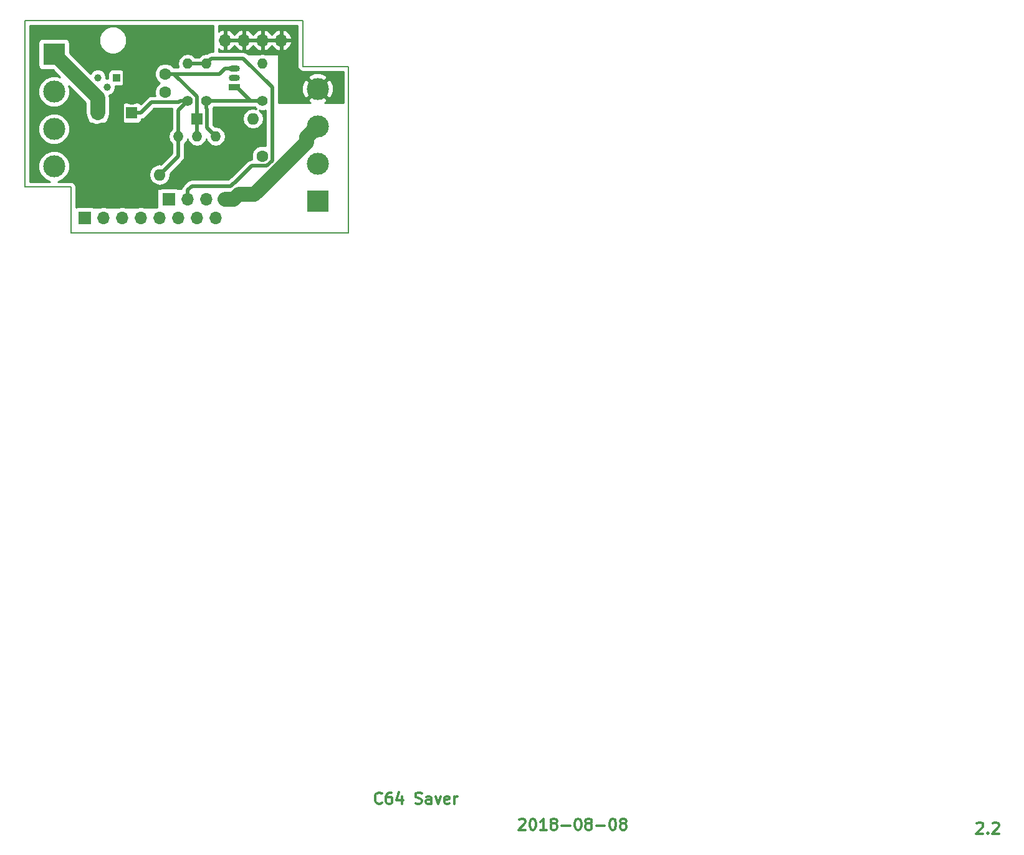
<source format=gtl>
G04 #@! TF.FileFunction,Copper,L1,Top,Signal*
%FSLAX46Y46*%
G04 Gerber Fmt 4.6, Leading zero omitted, Abs format (unit mm)*
G04 Created by KiCad (PCBNEW 4.0.7) date 08/08/18 22:55:19*
%MOMM*%
%LPD*%
G01*
G04 APERTURE LIST*
%ADD10C,0.100000*%
%ADD11C,0.300000*%
%ADD12C,0.150000*%
%ADD13R,1.600000X1.600000*%
%ADD14C,1.600000*%
%ADD15C,1.000000*%
%ADD16R,1.000000X1.000000*%
%ADD17C,3.000000*%
%ADD18R,3.000000X3.000000*%
%ADD19O,1.600000X1.600000*%
%ADD20O,1.500000X0.900000*%
%ADD21R,1.500000X0.900000*%
%ADD22R,1.500000X1.600000*%
%ADD23R,6.500000X6.700000*%
%ADD24R,3.100000X3.200000*%
%ADD25R,1.700000X1.700000*%
%ADD26O,1.700000X1.700000*%
%ADD27C,1.400000*%
%ADD28O,1.400000X1.400000*%
%ADD29C,0.250000*%
%ADD30C,2.000000*%
%ADD31C,0.500000*%
%ADD32C,1.000000*%
%ADD33C,3.000000*%
%ADD34C,0.254000*%
G04 APERTURE END LIST*
D10*
D11*
X207598287Y-192361429D02*
X207669716Y-192290000D01*
X207812573Y-192218571D01*
X208169716Y-192218571D01*
X208312573Y-192290000D01*
X208384002Y-192361429D01*
X208455430Y-192504286D01*
X208455430Y-192647143D01*
X208384002Y-192861429D01*
X207526859Y-193718571D01*
X208455430Y-193718571D01*
X209384001Y-192218571D02*
X209526858Y-192218571D01*
X209669715Y-192290000D01*
X209741144Y-192361429D01*
X209812573Y-192504286D01*
X209884001Y-192790000D01*
X209884001Y-193147143D01*
X209812573Y-193432857D01*
X209741144Y-193575714D01*
X209669715Y-193647143D01*
X209526858Y-193718571D01*
X209384001Y-193718571D01*
X209241144Y-193647143D01*
X209169715Y-193575714D01*
X209098287Y-193432857D01*
X209026858Y-193147143D01*
X209026858Y-192790000D01*
X209098287Y-192504286D01*
X209169715Y-192361429D01*
X209241144Y-192290000D01*
X209384001Y-192218571D01*
X211312572Y-193718571D02*
X210455429Y-193718571D01*
X210884001Y-193718571D02*
X210884001Y-192218571D01*
X210741144Y-192432857D01*
X210598286Y-192575714D01*
X210455429Y-192647143D01*
X212169715Y-192861429D02*
X212026857Y-192790000D01*
X211955429Y-192718571D01*
X211884000Y-192575714D01*
X211884000Y-192504286D01*
X211955429Y-192361429D01*
X212026857Y-192290000D01*
X212169715Y-192218571D01*
X212455429Y-192218571D01*
X212598286Y-192290000D01*
X212669715Y-192361429D01*
X212741143Y-192504286D01*
X212741143Y-192575714D01*
X212669715Y-192718571D01*
X212598286Y-192790000D01*
X212455429Y-192861429D01*
X212169715Y-192861429D01*
X212026857Y-192932857D01*
X211955429Y-193004286D01*
X211884000Y-193147143D01*
X211884000Y-193432857D01*
X211955429Y-193575714D01*
X212026857Y-193647143D01*
X212169715Y-193718571D01*
X212455429Y-193718571D01*
X212598286Y-193647143D01*
X212669715Y-193575714D01*
X212741143Y-193432857D01*
X212741143Y-193147143D01*
X212669715Y-193004286D01*
X212598286Y-192932857D01*
X212455429Y-192861429D01*
X213384000Y-193147143D02*
X214526857Y-193147143D01*
X215526857Y-192218571D02*
X215669714Y-192218571D01*
X215812571Y-192290000D01*
X215884000Y-192361429D01*
X215955429Y-192504286D01*
X216026857Y-192790000D01*
X216026857Y-193147143D01*
X215955429Y-193432857D01*
X215884000Y-193575714D01*
X215812571Y-193647143D01*
X215669714Y-193718571D01*
X215526857Y-193718571D01*
X215384000Y-193647143D01*
X215312571Y-193575714D01*
X215241143Y-193432857D01*
X215169714Y-193147143D01*
X215169714Y-192790000D01*
X215241143Y-192504286D01*
X215312571Y-192361429D01*
X215384000Y-192290000D01*
X215526857Y-192218571D01*
X216884000Y-192861429D02*
X216741142Y-192790000D01*
X216669714Y-192718571D01*
X216598285Y-192575714D01*
X216598285Y-192504286D01*
X216669714Y-192361429D01*
X216741142Y-192290000D01*
X216884000Y-192218571D01*
X217169714Y-192218571D01*
X217312571Y-192290000D01*
X217384000Y-192361429D01*
X217455428Y-192504286D01*
X217455428Y-192575714D01*
X217384000Y-192718571D01*
X217312571Y-192790000D01*
X217169714Y-192861429D01*
X216884000Y-192861429D01*
X216741142Y-192932857D01*
X216669714Y-193004286D01*
X216598285Y-193147143D01*
X216598285Y-193432857D01*
X216669714Y-193575714D01*
X216741142Y-193647143D01*
X216884000Y-193718571D01*
X217169714Y-193718571D01*
X217312571Y-193647143D01*
X217384000Y-193575714D01*
X217455428Y-193432857D01*
X217455428Y-193147143D01*
X217384000Y-193004286D01*
X217312571Y-192932857D01*
X217169714Y-192861429D01*
X218098285Y-193147143D02*
X219241142Y-193147143D01*
X220241142Y-192218571D02*
X220383999Y-192218571D01*
X220526856Y-192290000D01*
X220598285Y-192361429D01*
X220669714Y-192504286D01*
X220741142Y-192790000D01*
X220741142Y-193147143D01*
X220669714Y-193432857D01*
X220598285Y-193575714D01*
X220526856Y-193647143D01*
X220383999Y-193718571D01*
X220241142Y-193718571D01*
X220098285Y-193647143D01*
X220026856Y-193575714D01*
X219955428Y-193432857D01*
X219883999Y-193147143D01*
X219883999Y-192790000D01*
X219955428Y-192504286D01*
X220026856Y-192361429D01*
X220098285Y-192290000D01*
X220241142Y-192218571D01*
X221598285Y-192861429D02*
X221455427Y-192790000D01*
X221383999Y-192718571D01*
X221312570Y-192575714D01*
X221312570Y-192504286D01*
X221383999Y-192361429D01*
X221455427Y-192290000D01*
X221598285Y-192218571D01*
X221883999Y-192218571D01*
X222026856Y-192290000D01*
X222098285Y-192361429D01*
X222169713Y-192504286D01*
X222169713Y-192575714D01*
X222098285Y-192718571D01*
X222026856Y-192790000D01*
X221883999Y-192861429D01*
X221598285Y-192861429D01*
X221455427Y-192932857D01*
X221383999Y-193004286D01*
X221312570Y-193147143D01*
X221312570Y-193432857D01*
X221383999Y-193575714D01*
X221455427Y-193647143D01*
X221598285Y-193718571D01*
X221883999Y-193718571D01*
X222026856Y-193647143D01*
X222098285Y-193575714D01*
X222169713Y-193432857D01*
X222169713Y-193147143D01*
X222098285Y-193004286D01*
X222026856Y-192932857D01*
X221883999Y-192861429D01*
X188940859Y-190019714D02*
X188869430Y-190091143D01*
X188655144Y-190162571D01*
X188512287Y-190162571D01*
X188298002Y-190091143D01*
X188155144Y-189948286D01*
X188083716Y-189805429D01*
X188012287Y-189519714D01*
X188012287Y-189305429D01*
X188083716Y-189019714D01*
X188155144Y-188876857D01*
X188298002Y-188734000D01*
X188512287Y-188662571D01*
X188655144Y-188662571D01*
X188869430Y-188734000D01*
X188940859Y-188805429D01*
X190226573Y-188662571D02*
X189940859Y-188662571D01*
X189798002Y-188734000D01*
X189726573Y-188805429D01*
X189583716Y-189019714D01*
X189512287Y-189305429D01*
X189512287Y-189876857D01*
X189583716Y-190019714D01*
X189655144Y-190091143D01*
X189798002Y-190162571D01*
X190083716Y-190162571D01*
X190226573Y-190091143D01*
X190298002Y-190019714D01*
X190369430Y-189876857D01*
X190369430Y-189519714D01*
X190298002Y-189376857D01*
X190226573Y-189305429D01*
X190083716Y-189234000D01*
X189798002Y-189234000D01*
X189655144Y-189305429D01*
X189583716Y-189376857D01*
X189512287Y-189519714D01*
X191655144Y-189162571D02*
X191655144Y-190162571D01*
X191298001Y-188591143D02*
X190940858Y-189662571D01*
X191869430Y-189662571D01*
X193512286Y-190091143D02*
X193726572Y-190162571D01*
X194083715Y-190162571D01*
X194226572Y-190091143D01*
X194298001Y-190019714D01*
X194369429Y-189876857D01*
X194369429Y-189734000D01*
X194298001Y-189591143D01*
X194226572Y-189519714D01*
X194083715Y-189448286D01*
X193798001Y-189376857D01*
X193655143Y-189305429D01*
X193583715Y-189234000D01*
X193512286Y-189091143D01*
X193512286Y-188948286D01*
X193583715Y-188805429D01*
X193655143Y-188734000D01*
X193798001Y-188662571D01*
X194155143Y-188662571D01*
X194369429Y-188734000D01*
X195655143Y-190162571D02*
X195655143Y-189376857D01*
X195583714Y-189234000D01*
X195440857Y-189162571D01*
X195155143Y-189162571D01*
X195012286Y-189234000D01*
X195655143Y-190091143D02*
X195512286Y-190162571D01*
X195155143Y-190162571D01*
X195012286Y-190091143D01*
X194940857Y-189948286D01*
X194940857Y-189805429D01*
X195012286Y-189662571D01*
X195155143Y-189591143D01*
X195512286Y-189591143D01*
X195655143Y-189519714D01*
X196226572Y-189162571D02*
X196583715Y-190162571D01*
X196940857Y-189162571D01*
X198083714Y-190091143D02*
X197940857Y-190162571D01*
X197655143Y-190162571D01*
X197512286Y-190091143D01*
X197440857Y-189948286D01*
X197440857Y-189376857D01*
X197512286Y-189234000D01*
X197655143Y-189162571D01*
X197940857Y-189162571D01*
X198083714Y-189234000D01*
X198155143Y-189376857D01*
X198155143Y-189519714D01*
X197440857Y-189662571D01*
X198798000Y-190162571D02*
X198798000Y-189162571D01*
X198798000Y-189448286D02*
X198869428Y-189305429D01*
X198940857Y-189234000D01*
X199083714Y-189162571D01*
X199226571Y-189162571D01*
X269772000Y-192869429D02*
X269843429Y-192798000D01*
X269986286Y-192726571D01*
X270343429Y-192726571D01*
X270486286Y-192798000D01*
X270557715Y-192869429D01*
X270629143Y-193012286D01*
X270629143Y-193155143D01*
X270557715Y-193369429D01*
X269700572Y-194226571D01*
X270629143Y-194226571D01*
X271272000Y-194083714D02*
X271343428Y-194155143D01*
X271272000Y-194226571D01*
X271200571Y-194155143D01*
X271272000Y-194083714D01*
X271272000Y-194226571D01*
X271914857Y-192869429D02*
X271986286Y-192798000D01*
X272129143Y-192726571D01*
X272486286Y-192726571D01*
X272629143Y-192798000D01*
X272700572Y-192869429D01*
X272772000Y-193012286D01*
X272772000Y-193155143D01*
X272700572Y-193369429D01*
X271843429Y-194226571D01*
X272772000Y-194226571D01*
D12*
X140462000Y-106299000D02*
X140462000Y-83693000D01*
X146685000Y-106299000D02*
X140462000Y-106299000D01*
X146685000Y-112522000D02*
X146685000Y-106299000D01*
X184404000Y-112522000D02*
X146685000Y-112522000D01*
X184404000Y-89916000D02*
X184404000Y-112522000D01*
X178181000Y-89916000D02*
X184404000Y-89916000D01*
X178181000Y-83693000D02*
X178181000Y-89916000D01*
X140462000Y-83693000D02*
X178181000Y-83693000D01*
D13*
X170180000Y-102108000D03*
D14*
X172680000Y-102108000D03*
D15*
X151638000Y-92710000D03*
X150368000Y-91440000D03*
D16*
X152908000Y-91440000D03*
D17*
X144399000Y-93345000D03*
X144399000Y-98425000D03*
D18*
X144399000Y-88265000D03*
D17*
X144399000Y-103505000D03*
D14*
X159512000Y-90932000D03*
X159512000Y-93432000D03*
D13*
X163830000Y-97028000D03*
D19*
X171450000Y-97028000D03*
D13*
X158750000Y-97028000D03*
D19*
X158750000Y-104648000D03*
D17*
X180213000Y-103124000D03*
X180213000Y-98044000D03*
D18*
X180213000Y-108204000D03*
D17*
X180213000Y-92964000D03*
D20*
X168910000Y-91440000D03*
X168910000Y-90170000D03*
D21*
X168910000Y-92710000D03*
D22*
X154940000Y-96240000D03*
X150340000Y-96240000D03*
D23*
X152640000Y-102390000D03*
D24*
X150940000Y-104140000D03*
X154340000Y-100640000D03*
X154340000Y-104140000D03*
X150940000Y-100640000D03*
D25*
X157480000Y-86360000D03*
D26*
X160020000Y-86360000D03*
X162560000Y-86360000D03*
X165100000Y-86360000D03*
X167640000Y-86360000D03*
X170180000Y-86360000D03*
X172720000Y-86360000D03*
X175260000Y-86360000D03*
D25*
X148590000Y-110490000D03*
D26*
X151130000Y-110490000D03*
X153670000Y-110490000D03*
X156210000Y-110490000D03*
X158750000Y-110490000D03*
X161290000Y-110490000D03*
X163830000Y-110490000D03*
X166370000Y-110490000D03*
D25*
X160020000Y-107950000D03*
D26*
X162560000Y-107950000D03*
X165100000Y-107950000D03*
X167640000Y-107950000D03*
D27*
X166370000Y-104521000D03*
D28*
X166370000Y-99441000D03*
D27*
X172720000Y-94615000D03*
D28*
X172720000Y-89535000D03*
D27*
X163830000Y-104521000D03*
D28*
X163830000Y-99441000D03*
D27*
X165100000Y-94615000D03*
D28*
X165100000Y-89535000D03*
D27*
X161290000Y-104521000D03*
D28*
X161290000Y-99441000D03*
D27*
X162560000Y-94615000D03*
D28*
X162560000Y-89535000D03*
D15*
X152654000Y-104190800D03*
X152654000Y-100609400D03*
X154330400Y-102412800D03*
X151003000Y-102438200D03*
X152640000Y-102390000D03*
X150940000Y-100640000D03*
X154340000Y-100640000D03*
X154340000Y-104190000D03*
X150940000Y-104140000D03*
D29*
X158750000Y-97028000D02*
X158750000Y-98078000D01*
X158750000Y-98078000D02*
X156188000Y-100640000D01*
X156188000Y-100640000D02*
X156140000Y-100640000D01*
X156140000Y-100640000D02*
X154340000Y-100640000D01*
D30*
X152889999Y-97028000D02*
X152889999Y-95504000D01*
X152889999Y-95504000D02*
X152889999Y-94399999D01*
D31*
X152889999Y-102739999D02*
X152889999Y-95504000D01*
X154340000Y-104190000D02*
X154340000Y-104140000D01*
D30*
X152889999Y-99189999D02*
X152889999Y-97028000D01*
D31*
X154703200Y-102658600D02*
X152889999Y-100845399D01*
X152889999Y-100845399D02*
X152889999Y-97028000D01*
D32*
X150940000Y-100640000D02*
X150940000Y-100690000D01*
X150940000Y-100690000D02*
X152640000Y-102390000D01*
X154340000Y-100640000D02*
X150940000Y-100640000D01*
X154340000Y-104140000D02*
X154340000Y-100640000D01*
X150940000Y-104140000D02*
X154340000Y-104140000D01*
X152640000Y-102390000D02*
X152640000Y-102440000D01*
X152640000Y-102440000D02*
X150940000Y-104140000D01*
D30*
X152889999Y-94399999D02*
X154948003Y-93639999D01*
X154948003Y-93639999D02*
X153149999Y-94139999D01*
D33*
X157480000Y-86360000D02*
X155208001Y-88631999D01*
X155208001Y-88631999D02*
X155208001Y-93380001D01*
X155208001Y-93380001D02*
X154948003Y-93639999D01*
X150940000Y-100640000D02*
X150940000Y-99040010D01*
X154340000Y-100640000D02*
X154340000Y-99152000D01*
D30*
X154340000Y-100640000D02*
X152889999Y-99189999D01*
X180213000Y-98044000D02*
X178713001Y-99543999D01*
X178713001Y-99543999D02*
X178713001Y-100265046D01*
X178713001Y-100265046D02*
X171657036Y-107321011D01*
X171657036Y-107321011D02*
X169471070Y-107321011D01*
X169471070Y-107321011D02*
X168842081Y-107950000D01*
X168842081Y-107950000D02*
X167640000Y-107950000D01*
D31*
X154940000Y-96240000D02*
X156190000Y-96240000D01*
X156190000Y-96240000D02*
X157647999Y-94782001D01*
X161403050Y-94782001D02*
X161570051Y-94615000D01*
X157647999Y-94782001D02*
X161403050Y-94782001D01*
X161570051Y-94615000D02*
X162560000Y-94615000D01*
X161290000Y-99441000D02*
X161290000Y-102108000D01*
X161290000Y-102108000D02*
X158750000Y-104648000D01*
X154940000Y-96290000D02*
X154940000Y-96240000D01*
X161860001Y-95314999D02*
X162560000Y-94615000D01*
X161290000Y-99441000D02*
X161290000Y-95885000D01*
X161290000Y-95885000D02*
X162560000Y-94615000D01*
X162560000Y-107950000D02*
X162560000Y-106747919D01*
X162560000Y-106747919D02*
X163135919Y-106172000D01*
X163135919Y-106172000D02*
X168428036Y-106172000D01*
X168428036Y-106172000D02*
X168829035Y-105771001D01*
X168829035Y-105771001D02*
X168948383Y-105771001D01*
X168948383Y-105771001D02*
X171261383Y-103458001D01*
X171261383Y-103458001D02*
X173328001Y-103458001D01*
X173328001Y-103458001D02*
X174030001Y-102756001D01*
X174030001Y-102756001D02*
X174030001Y-92750001D01*
X174030001Y-92750001D02*
X170115001Y-88835001D01*
X170115001Y-88835001D02*
X165799999Y-88835001D01*
X165799999Y-88835001D02*
X165100000Y-89535000D01*
X165100000Y-89535000D02*
X162560000Y-89535000D01*
D30*
X150340000Y-96240000D02*
X150340000Y-94206000D01*
X150340000Y-94206000D02*
X144399000Y-88265000D01*
D31*
X168910000Y-90170000D02*
X167660000Y-90170000D01*
X167660000Y-90170000D02*
X166898000Y-90932000D01*
X166898000Y-90932000D02*
X160643370Y-90932000D01*
X160643370Y-90932000D02*
X159512000Y-90932000D01*
X163830000Y-99441000D02*
X163830000Y-97028000D01*
X163830000Y-97028000D02*
X163830000Y-94034998D01*
X163830000Y-94034998D02*
X160727002Y-90932000D01*
X160727002Y-90932000D02*
X160643370Y-90932000D01*
X165180001Y-98251001D02*
X166370000Y-99441000D01*
X171730051Y-94615000D02*
X165100000Y-94615000D01*
X168910000Y-92710000D02*
X169210000Y-92710000D01*
X169210000Y-92710000D02*
X171115000Y-94615000D01*
X171115000Y-94615000D02*
X171730051Y-94615000D01*
X172720000Y-94615000D02*
X171730051Y-94615000D01*
X165180001Y-98251001D02*
X165180001Y-95684950D01*
X165180001Y-95684950D02*
X165100000Y-95604949D01*
X165100000Y-95604949D02*
X165100000Y-94615000D01*
D34*
G36*
X165989000Y-87950001D02*
X165800004Y-87950001D01*
X165799999Y-87950000D01*
X165461324Y-88017368D01*
X165197971Y-88193334D01*
X165100000Y-88173846D01*
X164589118Y-88275467D01*
X164156012Y-88564858D01*
X164099122Y-88650000D01*
X163560878Y-88650000D01*
X163503988Y-88564858D01*
X163070882Y-88275467D01*
X162560000Y-88173846D01*
X162049118Y-88275467D01*
X161616012Y-88564858D01*
X161326621Y-88997964D01*
X161225000Y-89508846D01*
X161225000Y-89561154D01*
X161321641Y-90047000D01*
X160727007Y-90047000D01*
X160727002Y-90046999D01*
X160726997Y-90047000D01*
X160656171Y-90047000D01*
X160325923Y-89716176D01*
X159798691Y-89497250D01*
X159227813Y-89496752D01*
X158700200Y-89714757D01*
X158296176Y-90118077D01*
X158077250Y-90645309D01*
X158076752Y-91216187D01*
X158294757Y-91743800D01*
X158698077Y-92147824D01*
X158779931Y-92181813D01*
X158700200Y-92214757D01*
X158296176Y-92618077D01*
X158077250Y-93145309D01*
X158076752Y-93716187D01*
X158151463Y-93897001D01*
X157648004Y-93897001D01*
X157647999Y-93897000D01*
X157365515Y-93953191D01*
X157309324Y-93964368D01*
X157022209Y-94156211D01*
X157022207Y-94156214D01*
X156168096Y-95010325D01*
X156154090Y-94988559D01*
X155941890Y-94843569D01*
X155690000Y-94792560D01*
X154190000Y-94792560D01*
X153954683Y-94836838D01*
X153738559Y-94975910D01*
X153593569Y-95188110D01*
X153542560Y-95440000D01*
X153542560Y-97040000D01*
X153586838Y-97275317D01*
X153725910Y-97491441D01*
X153938110Y-97636431D01*
X154190000Y-97687440D01*
X155690000Y-97687440D01*
X155925317Y-97643162D01*
X156141441Y-97504090D01*
X156286431Y-97291890D01*
X156325693Y-97098009D01*
X156472484Y-97068810D01*
X156528675Y-97057633D01*
X156815790Y-96865790D01*
X158014578Y-95667001D01*
X160448363Y-95667001D01*
X160404999Y-95885000D01*
X160405000Y-95885005D01*
X160405000Y-98431444D01*
X160346012Y-98470858D01*
X160056621Y-98903964D01*
X159955000Y-99414846D01*
X159955000Y-99467154D01*
X160056621Y-99978036D01*
X160346012Y-100411142D01*
X160405000Y-100450556D01*
X160405000Y-101741421D01*
X158926438Y-103219983D01*
X158750000Y-103184887D01*
X158200849Y-103294120D01*
X157735302Y-103605189D01*
X157424233Y-104070736D01*
X157315000Y-104619887D01*
X157315000Y-104676113D01*
X157424233Y-105225264D01*
X157735302Y-105690811D01*
X158200849Y-106001880D01*
X158750000Y-106111113D01*
X159299151Y-106001880D01*
X159764698Y-105690811D01*
X160075767Y-105225264D01*
X160185000Y-104676113D01*
X160185000Y-104619887D01*
X160159233Y-104490347D01*
X161915787Y-102733792D01*
X161915790Y-102733790D01*
X162107633Y-102446675D01*
X162175000Y-102108000D01*
X162175000Y-100450556D01*
X162233988Y-100411142D01*
X162523379Y-99978036D01*
X162560000Y-99793930D01*
X162596621Y-99978036D01*
X162886012Y-100411142D01*
X163319118Y-100700533D01*
X163830000Y-100802154D01*
X164340882Y-100700533D01*
X164773988Y-100411142D01*
X165063379Y-99978036D01*
X165100000Y-99793930D01*
X165136621Y-99978036D01*
X165426012Y-100411142D01*
X165859118Y-100700533D01*
X166370000Y-100802154D01*
X166880882Y-100700533D01*
X167313988Y-100411142D01*
X167603379Y-99978036D01*
X167705000Y-99467154D01*
X167705000Y-99414846D01*
X167603379Y-98903964D01*
X167313988Y-98470858D01*
X166880882Y-98181467D01*
X166370000Y-98079846D01*
X166278605Y-98098026D01*
X166065001Y-97884421D01*
X166065001Y-95684950D01*
X166040615Y-95562355D01*
X166103079Y-95500000D01*
X171114995Y-95500000D01*
X171115000Y-95500001D01*
X171115005Y-95500000D01*
X171717127Y-95500000D01*
X171892185Y-95675364D01*
X171478113Y-95593000D01*
X171421887Y-95593000D01*
X170872736Y-95702233D01*
X170407189Y-96013302D01*
X170096120Y-96478849D01*
X169986887Y-97028000D01*
X170096120Y-97577151D01*
X170407189Y-98042698D01*
X170872736Y-98353767D01*
X171421887Y-98463000D01*
X171478113Y-98463000D01*
X172027264Y-98353767D01*
X172492811Y-98042698D01*
X172803880Y-97577151D01*
X172913113Y-97028000D01*
X172803880Y-96478849D01*
X172492811Y-96013302D01*
X172306515Y-95888823D01*
X172453287Y-95949768D01*
X172984383Y-95950231D01*
X173101000Y-95902046D01*
X173101000Y-100729020D01*
X172966691Y-100673250D01*
X172395813Y-100672752D01*
X171868200Y-100890757D01*
X171464176Y-101294077D01*
X171245250Y-101821309D01*
X171244752Y-102392187D01*
X171319463Y-102573001D01*
X171261388Y-102573001D01*
X171261383Y-102573000D01*
X170978899Y-102629191D01*
X170922708Y-102640368D01*
X170635593Y-102832211D01*
X170635591Y-102832214D01*
X168520414Y-104947390D01*
X168490360Y-104953368D01*
X168203245Y-105145211D01*
X168203243Y-105145214D01*
X168061457Y-105287000D01*
X163135919Y-105287000D01*
X162797244Y-105354367D01*
X162510129Y-105546210D01*
X162510127Y-105546213D01*
X161934210Y-106122129D01*
X161742367Y-106409244D01*
X161742367Y-106409245D01*
X161713772Y-106553000D01*
X161194235Y-106553000D01*
X161121890Y-106503569D01*
X160870000Y-106452560D01*
X159170000Y-106452560D01*
X158934683Y-106496838D01*
X158847405Y-106553000D01*
X158496000Y-106553000D01*
X158446590Y-106563006D01*
X158404965Y-106591447D01*
X158377685Y-106633841D01*
X158369000Y-106680000D01*
X158369000Y-109051693D01*
X158181715Y-109088946D01*
X158175648Y-109093000D01*
X156784352Y-109093000D01*
X156778285Y-109088946D01*
X156210000Y-108975907D01*
X155641715Y-109088946D01*
X155635648Y-109093000D01*
X154244352Y-109093000D01*
X154238285Y-109088946D01*
X153670000Y-108975907D01*
X153101715Y-109088946D01*
X153095648Y-109093000D01*
X151704352Y-109093000D01*
X151698285Y-109088946D01*
X151130000Y-108975907D01*
X150561715Y-109088946D01*
X150555648Y-109093000D01*
X149764235Y-109093000D01*
X149691890Y-109043569D01*
X149440000Y-108992560D01*
X147740000Y-108992560D01*
X147504683Y-109036838D01*
X147417405Y-109093000D01*
X147395000Y-109093000D01*
X147395000Y-106299000D01*
X147340954Y-106027295D01*
X147187046Y-105796954D01*
X146956705Y-105643046D01*
X146685000Y-105589000D01*
X144946140Y-105589000D01*
X145606800Y-105316020D01*
X146207909Y-104715959D01*
X146533628Y-103931541D01*
X146534370Y-103082185D01*
X146210020Y-102297200D01*
X145609959Y-101696091D01*
X144825541Y-101370372D01*
X143976185Y-101369630D01*
X143191200Y-101693980D01*
X142590091Y-102294041D01*
X142264372Y-103078459D01*
X142263630Y-103927815D01*
X142587980Y-104712800D01*
X143188041Y-105313909D01*
X143850533Y-105589000D01*
X141172000Y-105589000D01*
X141172000Y-98847815D01*
X142263630Y-98847815D01*
X142587980Y-99632800D01*
X143188041Y-100233909D01*
X143972459Y-100559628D01*
X144821815Y-100560370D01*
X145606800Y-100236020D01*
X146207909Y-99635959D01*
X146533628Y-98851541D01*
X146534370Y-98002185D01*
X146210020Y-97217200D01*
X145609959Y-96616091D01*
X144825541Y-96290372D01*
X143976185Y-96289630D01*
X143191200Y-96613980D01*
X142590091Y-97214041D01*
X142264372Y-97998459D01*
X142263630Y-98847815D01*
X141172000Y-98847815D01*
X141172000Y-86765000D01*
X142251560Y-86765000D01*
X142251560Y-89765000D01*
X142295838Y-90000317D01*
X142434910Y-90216441D01*
X142647110Y-90361431D01*
X142899000Y-90412440D01*
X144234200Y-90412440D01*
X145178831Y-91357071D01*
X144825541Y-91210372D01*
X143976185Y-91209630D01*
X143191200Y-91533980D01*
X142590091Y-92134041D01*
X142264372Y-92918459D01*
X142263630Y-93767815D01*
X142587980Y-94552800D01*
X143188041Y-95153909D01*
X143972459Y-95479628D01*
X144821815Y-95480370D01*
X145606800Y-95156020D01*
X146207909Y-94555959D01*
X146533628Y-93771541D01*
X146534370Y-92922185D01*
X146386800Y-92565040D01*
X148705000Y-94883239D01*
X148705000Y-96240000D01*
X148829457Y-96865687D01*
X148942560Y-97034958D01*
X148942560Y-97040000D01*
X148986838Y-97275317D01*
X149125910Y-97491441D01*
X149338110Y-97636431D01*
X149590000Y-97687440D01*
X149619872Y-97687440D01*
X149714313Y-97750543D01*
X150340000Y-97875000D01*
X150965687Y-97750543D01*
X151060128Y-97687440D01*
X151090000Y-97687440D01*
X151325317Y-97643162D01*
X151541441Y-97504090D01*
X151686431Y-97291890D01*
X151737440Y-97040000D01*
X151737440Y-97034958D01*
X151850543Y-96865687D01*
X151975000Y-96240000D01*
X151975000Y-94206005D01*
X151975001Y-94206000D01*
X151900160Y-93829750D01*
X152280086Y-93672767D01*
X152599645Y-93353765D01*
X152772803Y-92936756D01*
X152773108Y-92587440D01*
X153408000Y-92587440D01*
X153643317Y-92543162D01*
X153859441Y-92404090D01*
X154004431Y-92191890D01*
X154055440Y-91940000D01*
X154055440Y-90940000D01*
X154011162Y-90704683D01*
X153872090Y-90488559D01*
X153659890Y-90343569D01*
X153408000Y-90292560D01*
X152408000Y-90292560D01*
X152172683Y-90336838D01*
X151956559Y-90475910D01*
X151811569Y-90688110D01*
X151760560Y-90940000D01*
X151760560Y-91575106D01*
X151502883Y-91574881D01*
X151503197Y-91215225D01*
X151330767Y-90797914D01*
X151011765Y-90478355D01*
X150594756Y-90305197D01*
X150143225Y-90304803D01*
X149725914Y-90477233D01*
X149406355Y-90796235D01*
X149358272Y-90912032D01*
X146546440Y-88100200D01*
X146546440Y-86765000D01*
X146539999Y-86730765D01*
X150519754Y-86730765D01*
X150806123Y-87423832D01*
X151335919Y-87954553D01*
X152028485Y-88242132D01*
X152778385Y-88242786D01*
X153471452Y-87956417D01*
X154002173Y-87426621D01*
X154289752Y-86734055D01*
X154290406Y-85984155D01*
X154004037Y-85291088D01*
X153474241Y-84760367D01*
X152781675Y-84472788D01*
X152031775Y-84472134D01*
X151338708Y-84758503D01*
X150807987Y-85288299D01*
X150520408Y-85980865D01*
X150519754Y-86730765D01*
X146539999Y-86730765D01*
X146502162Y-86529683D01*
X146363090Y-86313559D01*
X146150890Y-86168569D01*
X145899000Y-86117560D01*
X142899000Y-86117560D01*
X142663683Y-86161838D01*
X142447559Y-86300910D01*
X142302569Y-86513110D01*
X142251560Y-86765000D01*
X141172000Y-86765000D01*
X141172000Y-84403000D01*
X165989000Y-84403000D01*
X165989000Y-87950001D01*
X165989000Y-87950001D01*
G37*
X165989000Y-87950001D02*
X165800004Y-87950001D01*
X165799999Y-87950000D01*
X165461324Y-88017368D01*
X165197971Y-88193334D01*
X165100000Y-88173846D01*
X164589118Y-88275467D01*
X164156012Y-88564858D01*
X164099122Y-88650000D01*
X163560878Y-88650000D01*
X163503988Y-88564858D01*
X163070882Y-88275467D01*
X162560000Y-88173846D01*
X162049118Y-88275467D01*
X161616012Y-88564858D01*
X161326621Y-88997964D01*
X161225000Y-89508846D01*
X161225000Y-89561154D01*
X161321641Y-90047000D01*
X160727007Y-90047000D01*
X160727002Y-90046999D01*
X160726997Y-90047000D01*
X160656171Y-90047000D01*
X160325923Y-89716176D01*
X159798691Y-89497250D01*
X159227813Y-89496752D01*
X158700200Y-89714757D01*
X158296176Y-90118077D01*
X158077250Y-90645309D01*
X158076752Y-91216187D01*
X158294757Y-91743800D01*
X158698077Y-92147824D01*
X158779931Y-92181813D01*
X158700200Y-92214757D01*
X158296176Y-92618077D01*
X158077250Y-93145309D01*
X158076752Y-93716187D01*
X158151463Y-93897001D01*
X157648004Y-93897001D01*
X157647999Y-93897000D01*
X157365515Y-93953191D01*
X157309324Y-93964368D01*
X157022209Y-94156211D01*
X157022207Y-94156214D01*
X156168096Y-95010325D01*
X156154090Y-94988559D01*
X155941890Y-94843569D01*
X155690000Y-94792560D01*
X154190000Y-94792560D01*
X153954683Y-94836838D01*
X153738559Y-94975910D01*
X153593569Y-95188110D01*
X153542560Y-95440000D01*
X153542560Y-97040000D01*
X153586838Y-97275317D01*
X153725910Y-97491441D01*
X153938110Y-97636431D01*
X154190000Y-97687440D01*
X155690000Y-97687440D01*
X155925317Y-97643162D01*
X156141441Y-97504090D01*
X156286431Y-97291890D01*
X156325693Y-97098009D01*
X156472484Y-97068810D01*
X156528675Y-97057633D01*
X156815790Y-96865790D01*
X158014578Y-95667001D01*
X160448363Y-95667001D01*
X160404999Y-95885000D01*
X160405000Y-95885005D01*
X160405000Y-98431444D01*
X160346012Y-98470858D01*
X160056621Y-98903964D01*
X159955000Y-99414846D01*
X159955000Y-99467154D01*
X160056621Y-99978036D01*
X160346012Y-100411142D01*
X160405000Y-100450556D01*
X160405000Y-101741421D01*
X158926438Y-103219983D01*
X158750000Y-103184887D01*
X158200849Y-103294120D01*
X157735302Y-103605189D01*
X157424233Y-104070736D01*
X157315000Y-104619887D01*
X157315000Y-104676113D01*
X157424233Y-105225264D01*
X157735302Y-105690811D01*
X158200849Y-106001880D01*
X158750000Y-106111113D01*
X159299151Y-106001880D01*
X159764698Y-105690811D01*
X160075767Y-105225264D01*
X160185000Y-104676113D01*
X160185000Y-104619887D01*
X160159233Y-104490347D01*
X161915787Y-102733792D01*
X161915790Y-102733790D01*
X162107633Y-102446675D01*
X162175000Y-102108000D01*
X162175000Y-100450556D01*
X162233988Y-100411142D01*
X162523379Y-99978036D01*
X162560000Y-99793930D01*
X162596621Y-99978036D01*
X162886012Y-100411142D01*
X163319118Y-100700533D01*
X163830000Y-100802154D01*
X164340882Y-100700533D01*
X164773988Y-100411142D01*
X165063379Y-99978036D01*
X165100000Y-99793930D01*
X165136621Y-99978036D01*
X165426012Y-100411142D01*
X165859118Y-100700533D01*
X166370000Y-100802154D01*
X166880882Y-100700533D01*
X167313988Y-100411142D01*
X167603379Y-99978036D01*
X167705000Y-99467154D01*
X167705000Y-99414846D01*
X167603379Y-98903964D01*
X167313988Y-98470858D01*
X166880882Y-98181467D01*
X166370000Y-98079846D01*
X166278605Y-98098026D01*
X166065001Y-97884421D01*
X166065001Y-95684950D01*
X166040615Y-95562355D01*
X166103079Y-95500000D01*
X171114995Y-95500000D01*
X171115000Y-95500001D01*
X171115005Y-95500000D01*
X171717127Y-95500000D01*
X171892185Y-95675364D01*
X171478113Y-95593000D01*
X171421887Y-95593000D01*
X170872736Y-95702233D01*
X170407189Y-96013302D01*
X170096120Y-96478849D01*
X169986887Y-97028000D01*
X170096120Y-97577151D01*
X170407189Y-98042698D01*
X170872736Y-98353767D01*
X171421887Y-98463000D01*
X171478113Y-98463000D01*
X172027264Y-98353767D01*
X172492811Y-98042698D01*
X172803880Y-97577151D01*
X172913113Y-97028000D01*
X172803880Y-96478849D01*
X172492811Y-96013302D01*
X172306515Y-95888823D01*
X172453287Y-95949768D01*
X172984383Y-95950231D01*
X173101000Y-95902046D01*
X173101000Y-100729020D01*
X172966691Y-100673250D01*
X172395813Y-100672752D01*
X171868200Y-100890757D01*
X171464176Y-101294077D01*
X171245250Y-101821309D01*
X171244752Y-102392187D01*
X171319463Y-102573001D01*
X171261388Y-102573001D01*
X171261383Y-102573000D01*
X170978899Y-102629191D01*
X170922708Y-102640368D01*
X170635593Y-102832211D01*
X170635591Y-102832214D01*
X168520414Y-104947390D01*
X168490360Y-104953368D01*
X168203245Y-105145211D01*
X168203243Y-105145214D01*
X168061457Y-105287000D01*
X163135919Y-105287000D01*
X162797244Y-105354367D01*
X162510129Y-105546210D01*
X162510127Y-105546213D01*
X161934210Y-106122129D01*
X161742367Y-106409244D01*
X161742367Y-106409245D01*
X161713772Y-106553000D01*
X161194235Y-106553000D01*
X161121890Y-106503569D01*
X160870000Y-106452560D01*
X159170000Y-106452560D01*
X158934683Y-106496838D01*
X158847405Y-106553000D01*
X158496000Y-106553000D01*
X158446590Y-106563006D01*
X158404965Y-106591447D01*
X158377685Y-106633841D01*
X158369000Y-106680000D01*
X158369000Y-109051693D01*
X158181715Y-109088946D01*
X158175648Y-109093000D01*
X156784352Y-109093000D01*
X156778285Y-109088946D01*
X156210000Y-108975907D01*
X155641715Y-109088946D01*
X155635648Y-109093000D01*
X154244352Y-109093000D01*
X154238285Y-109088946D01*
X153670000Y-108975907D01*
X153101715Y-109088946D01*
X153095648Y-109093000D01*
X151704352Y-109093000D01*
X151698285Y-109088946D01*
X151130000Y-108975907D01*
X150561715Y-109088946D01*
X150555648Y-109093000D01*
X149764235Y-109093000D01*
X149691890Y-109043569D01*
X149440000Y-108992560D01*
X147740000Y-108992560D01*
X147504683Y-109036838D01*
X147417405Y-109093000D01*
X147395000Y-109093000D01*
X147395000Y-106299000D01*
X147340954Y-106027295D01*
X147187046Y-105796954D01*
X146956705Y-105643046D01*
X146685000Y-105589000D01*
X144946140Y-105589000D01*
X145606800Y-105316020D01*
X146207909Y-104715959D01*
X146533628Y-103931541D01*
X146534370Y-103082185D01*
X146210020Y-102297200D01*
X145609959Y-101696091D01*
X144825541Y-101370372D01*
X143976185Y-101369630D01*
X143191200Y-101693980D01*
X142590091Y-102294041D01*
X142264372Y-103078459D01*
X142263630Y-103927815D01*
X142587980Y-104712800D01*
X143188041Y-105313909D01*
X143850533Y-105589000D01*
X141172000Y-105589000D01*
X141172000Y-98847815D01*
X142263630Y-98847815D01*
X142587980Y-99632800D01*
X143188041Y-100233909D01*
X143972459Y-100559628D01*
X144821815Y-100560370D01*
X145606800Y-100236020D01*
X146207909Y-99635959D01*
X146533628Y-98851541D01*
X146534370Y-98002185D01*
X146210020Y-97217200D01*
X145609959Y-96616091D01*
X144825541Y-96290372D01*
X143976185Y-96289630D01*
X143191200Y-96613980D01*
X142590091Y-97214041D01*
X142264372Y-97998459D01*
X142263630Y-98847815D01*
X141172000Y-98847815D01*
X141172000Y-86765000D01*
X142251560Y-86765000D01*
X142251560Y-89765000D01*
X142295838Y-90000317D01*
X142434910Y-90216441D01*
X142647110Y-90361431D01*
X142899000Y-90412440D01*
X144234200Y-90412440D01*
X145178831Y-91357071D01*
X144825541Y-91210372D01*
X143976185Y-91209630D01*
X143191200Y-91533980D01*
X142590091Y-92134041D01*
X142264372Y-92918459D01*
X142263630Y-93767815D01*
X142587980Y-94552800D01*
X143188041Y-95153909D01*
X143972459Y-95479628D01*
X144821815Y-95480370D01*
X145606800Y-95156020D01*
X146207909Y-94555959D01*
X146533628Y-93771541D01*
X146534370Y-92922185D01*
X146386800Y-92565040D01*
X148705000Y-94883239D01*
X148705000Y-96240000D01*
X148829457Y-96865687D01*
X148942560Y-97034958D01*
X148942560Y-97040000D01*
X148986838Y-97275317D01*
X149125910Y-97491441D01*
X149338110Y-97636431D01*
X149590000Y-97687440D01*
X149619872Y-97687440D01*
X149714313Y-97750543D01*
X150340000Y-97875000D01*
X150965687Y-97750543D01*
X151060128Y-97687440D01*
X151090000Y-97687440D01*
X151325317Y-97643162D01*
X151541441Y-97504090D01*
X151686431Y-97291890D01*
X151737440Y-97040000D01*
X151737440Y-97034958D01*
X151850543Y-96865687D01*
X151975000Y-96240000D01*
X151975000Y-94206005D01*
X151975001Y-94206000D01*
X151900160Y-93829750D01*
X152280086Y-93672767D01*
X152599645Y-93353765D01*
X152772803Y-92936756D01*
X152773108Y-92587440D01*
X153408000Y-92587440D01*
X153643317Y-92543162D01*
X153859441Y-92404090D01*
X154004431Y-92191890D01*
X154055440Y-91940000D01*
X154055440Y-90940000D01*
X154011162Y-90704683D01*
X153872090Y-90488559D01*
X153659890Y-90343569D01*
X153408000Y-90292560D01*
X152408000Y-90292560D01*
X152172683Y-90336838D01*
X151956559Y-90475910D01*
X151811569Y-90688110D01*
X151760560Y-90940000D01*
X151760560Y-91575106D01*
X151502883Y-91574881D01*
X151503197Y-91215225D01*
X151330767Y-90797914D01*
X151011765Y-90478355D01*
X150594756Y-90305197D01*
X150143225Y-90304803D01*
X149725914Y-90477233D01*
X149406355Y-90796235D01*
X149358272Y-90912032D01*
X146546440Y-88100200D01*
X146546440Y-86765000D01*
X146539999Y-86730765D01*
X150519754Y-86730765D01*
X150806123Y-87423832D01*
X151335919Y-87954553D01*
X152028485Y-88242132D01*
X152778385Y-88242786D01*
X153471452Y-87956417D01*
X154002173Y-87426621D01*
X154289752Y-86734055D01*
X154290406Y-85984155D01*
X154004037Y-85291088D01*
X153474241Y-84760367D01*
X152781675Y-84472788D01*
X152031775Y-84472134D01*
X151338708Y-84758503D01*
X150807987Y-85288299D01*
X150520408Y-85980865D01*
X150519754Y-86730765D01*
X146539999Y-86730765D01*
X146502162Y-86529683D01*
X146363090Y-86313559D01*
X146150890Y-86168569D01*
X145899000Y-86117560D01*
X142899000Y-86117560D01*
X142663683Y-86161838D01*
X142447559Y-86300910D01*
X142302569Y-86513110D01*
X142251560Y-86765000D01*
X141172000Y-86765000D01*
X141172000Y-84403000D01*
X165989000Y-84403000D01*
X165989000Y-87950001D01*
G36*
X177471000Y-89916000D02*
X177525046Y-90187705D01*
X177678954Y-90418046D01*
X177909295Y-90571954D01*
X178181000Y-90626000D01*
X183694000Y-90626000D01*
X183694000Y-94869000D01*
X181213128Y-94869000D01*
X181387582Y-94796739D01*
X181547365Y-94477970D01*
X180213000Y-93143605D01*
X178878635Y-94477970D01*
X179038418Y-94796739D01*
X179222756Y-94869000D01*
X174915001Y-94869000D01*
X174915001Y-92750006D01*
X174915002Y-92750001D01*
X174881224Y-92580187D01*
X178070277Y-92580187D01*
X178086503Y-93429387D01*
X178380261Y-94138582D01*
X178699030Y-94298365D01*
X180033395Y-92964000D01*
X180392605Y-92964000D01*
X181726970Y-94298365D01*
X182045739Y-94138582D01*
X182355723Y-93347813D01*
X182339497Y-92498613D01*
X182045739Y-91789418D01*
X181726970Y-91629635D01*
X180392605Y-92964000D01*
X180033395Y-92964000D01*
X178699030Y-91629635D01*
X178380261Y-91789418D01*
X178070277Y-92580187D01*
X174881224Y-92580187D01*
X174879000Y-92569010D01*
X174879000Y-91450030D01*
X178878635Y-91450030D01*
X180213000Y-92784395D01*
X181547365Y-91450030D01*
X181387582Y-91131261D01*
X180596813Y-90821277D01*
X179747613Y-90837503D01*
X179038418Y-91131261D01*
X178878635Y-91450030D01*
X174879000Y-91450030D01*
X174879000Y-88392000D01*
X174868994Y-88342590D01*
X174840553Y-88300965D01*
X174798159Y-88273685D01*
X174752000Y-88265000D01*
X173178261Y-88265000D01*
X172720000Y-88173846D01*
X172261739Y-88265000D01*
X170796580Y-88265000D01*
X170740791Y-88209211D01*
X170687863Y-88173846D01*
X170453676Y-88017368D01*
X170397485Y-88006191D01*
X170115001Y-87950000D01*
X170114996Y-87950001D01*
X166751000Y-87950001D01*
X166751000Y-87520393D01*
X166873076Y-87631645D01*
X167283110Y-87801476D01*
X167513000Y-87680155D01*
X167513000Y-86487000D01*
X167767000Y-86487000D01*
X167767000Y-87680155D01*
X167996890Y-87801476D01*
X168406924Y-87631645D01*
X168835183Y-87241358D01*
X168910000Y-87082046D01*
X168984817Y-87241358D01*
X169413076Y-87631645D01*
X169823110Y-87801476D01*
X170053000Y-87680155D01*
X170053000Y-86487000D01*
X170307000Y-86487000D01*
X170307000Y-87680155D01*
X170536890Y-87801476D01*
X170946924Y-87631645D01*
X171375183Y-87241358D01*
X171450000Y-87082046D01*
X171524817Y-87241358D01*
X171953076Y-87631645D01*
X172363110Y-87801476D01*
X172593000Y-87680155D01*
X172593000Y-86487000D01*
X172847000Y-86487000D01*
X172847000Y-87680155D01*
X173076890Y-87801476D01*
X173486924Y-87631645D01*
X173915183Y-87241358D01*
X173990000Y-87082046D01*
X174064817Y-87241358D01*
X174493076Y-87631645D01*
X174903110Y-87801476D01*
X175133000Y-87680155D01*
X175133000Y-86487000D01*
X175387000Y-86487000D01*
X175387000Y-87680155D01*
X175616890Y-87801476D01*
X176026924Y-87631645D01*
X176455183Y-87241358D01*
X176701486Y-86716892D01*
X176580819Y-86487000D01*
X175387000Y-86487000D01*
X175133000Y-86487000D01*
X172847000Y-86487000D01*
X172593000Y-86487000D01*
X170307000Y-86487000D01*
X170053000Y-86487000D01*
X167767000Y-86487000D01*
X167513000Y-86487000D01*
X167493000Y-86487000D01*
X167493000Y-86233000D01*
X167513000Y-86233000D01*
X167513000Y-85039845D01*
X167767000Y-85039845D01*
X167767000Y-86233000D01*
X170053000Y-86233000D01*
X170053000Y-85039845D01*
X170307000Y-85039845D01*
X170307000Y-86233000D01*
X172593000Y-86233000D01*
X172593000Y-85039845D01*
X172847000Y-85039845D01*
X172847000Y-86233000D01*
X175133000Y-86233000D01*
X175133000Y-85039845D01*
X175387000Y-85039845D01*
X175387000Y-86233000D01*
X176580819Y-86233000D01*
X176701486Y-86003108D01*
X176455183Y-85478642D01*
X176026924Y-85088355D01*
X175616890Y-84918524D01*
X175387000Y-85039845D01*
X175133000Y-85039845D01*
X174903110Y-84918524D01*
X174493076Y-85088355D01*
X174064817Y-85478642D01*
X173990000Y-85637954D01*
X173915183Y-85478642D01*
X173486924Y-85088355D01*
X173076890Y-84918524D01*
X172847000Y-85039845D01*
X172593000Y-85039845D01*
X172363110Y-84918524D01*
X171953076Y-85088355D01*
X171524817Y-85478642D01*
X171450000Y-85637954D01*
X171375183Y-85478642D01*
X170946924Y-85088355D01*
X170536890Y-84918524D01*
X170307000Y-85039845D01*
X170053000Y-85039845D01*
X169823110Y-84918524D01*
X169413076Y-85088355D01*
X168984817Y-85478642D01*
X168910000Y-85637954D01*
X168835183Y-85478642D01*
X168406924Y-85088355D01*
X167996890Y-84918524D01*
X167767000Y-85039845D01*
X167513000Y-85039845D01*
X167283110Y-84918524D01*
X166873076Y-85088355D01*
X166751000Y-85199607D01*
X166751000Y-84403000D01*
X177471000Y-84403000D01*
X177471000Y-89916000D01*
X177471000Y-89916000D01*
G37*
X177471000Y-89916000D02*
X177525046Y-90187705D01*
X177678954Y-90418046D01*
X177909295Y-90571954D01*
X178181000Y-90626000D01*
X183694000Y-90626000D01*
X183694000Y-94869000D01*
X181213128Y-94869000D01*
X181387582Y-94796739D01*
X181547365Y-94477970D01*
X180213000Y-93143605D01*
X178878635Y-94477970D01*
X179038418Y-94796739D01*
X179222756Y-94869000D01*
X174915001Y-94869000D01*
X174915001Y-92750006D01*
X174915002Y-92750001D01*
X174881224Y-92580187D01*
X178070277Y-92580187D01*
X178086503Y-93429387D01*
X178380261Y-94138582D01*
X178699030Y-94298365D01*
X180033395Y-92964000D01*
X180392605Y-92964000D01*
X181726970Y-94298365D01*
X182045739Y-94138582D01*
X182355723Y-93347813D01*
X182339497Y-92498613D01*
X182045739Y-91789418D01*
X181726970Y-91629635D01*
X180392605Y-92964000D01*
X180033395Y-92964000D01*
X178699030Y-91629635D01*
X178380261Y-91789418D01*
X178070277Y-92580187D01*
X174881224Y-92580187D01*
X174879000Y-92569010D01*
X174879000Y-91450030D01*
X178878635Y-91450030D01*
X180213000Y-92784395D01*
X181547365Y-91450030D01*
X181387582Y-91131261D01*
X180596813Y-90821277D01*
X179747613Y-90837503D01*
X179038418Y-91131261D01*
X178878635Y-91450030D01*
X174879000Y-91450030D01*
X174879000Y-88392000D01*
X174868994Y-88342590D01*
X174840553Y-88300965D01*
X174798159Y-88273685D01*
X174752000Y-88265000D01*
X173178261Y-88265000D01*
X172720000Y-88173846D01*
X172261739Y-88265000D01*
X170796580Y-88265000D01*
X170740791Y-88209211D01*
X170687863Y-88173846D01*
X170453676Y-88017368D01*
X170397485Y-88006191D01*
X170115001Y-87950000D01*
X170114996Y-87950001D01*
X166751000Y-87950001D01*
X166751000Y-87520393D01*
X166873076Y-87631645D01*
X167283110Y-87801476D01*
X167513000Y-87680155D01*
X167513000Y-86487000D01*
X167767000Y-86487000D01*
X167767000Y-87680155D01*
X167996890Y-87801476D01*
X168406924Y-87631645D01*
X168835183Y-87241358D01*
X168910000Y-87082046D01*
X168984817Y-87241358D01*
X169413076Y-87631645D01*
X169823110Y-87801476D01*
X170053000Y-87680155D01*
X170053000Y-86487000D01*
X170307000Y-86487000D01*
X170307000Y-87680155D01*
X170536890Y-87801476D01*
X170946924Y-87631645D01*
X171375183Y-87241358D01*
X171450000Y-87082046D01*
X171524817Y-87241358D01*
X171953076Y-87631645D01*
X172363110Y-87801476D01*
X172593000Y-87680155D01*
X172593000Y-86487000D01*
X172847000Y-86487000D01*
X172847000Y-87680155D01*
X173076890Y-87801476D01*
X173486924Y-87631645D01*
X173915183Y-87241358D01*
X173990000Y-87082046D01*
X174064817Y-87241358D01*
X174493076Y-87631645D01*
X174903110Y-87801476D01*
X175133000Y-87680155D01*
X175133000Y-86487000D01*
X175387000Y-86487000D01*
X175387000Y-87680155D01*
X175616890Y-87801476D01*
X176026924Y-87631645D01*
X176455183Y-87241358D01*
X176701486Y-86716892D01*
X176580819Y-86487000D01*
X175387000Y-86487000D01*
X175133000Y-86487000D01*
X172847000Y-86487000D01*
X172593000Y-86487000D01*
X170307000Y-86487000D01*
X170053000Y-86487000D01*
X167767000Y-86487000D01*
X167513000Y-86487000D01*
X167493000Y-86487000D01*
X167493000Y-86233000D01*
X167513000Y-86233000D01*
X167513000Y-85039845D01*
X167767000Y-85039845D01*
X167767000Y-86233000D01*
X170053000Y-86233000D01*
X170053000Y-85039845D01*
X170307000Y-85039845D01*
X170307000Y-86233000D01*
X172593000Y-86233000D01*
X172593000Y-85039845D01*
X172847000Y-85039845D01*
X172847000Y-86233000D01*
X175133000Y-86233000D01*
X175133000Y-85039845D01*
X175387000Y-85039845D01*
X175387000Y-86233000D01*
X176580819Y-86233000D01*
X176701486Y-86003108D01*
X176455183Y-85478642D01*
X176026924Y-85088355D01*
X175616890Y-84918524D01*
X175387000Y-85039845D01*
X175133000Y-85039845D01*
X174903110Y-84918524D01*
X174493076Y-85088355D01*
X174064817Y-85478642D01*
X173990000Y-85637954D01*
X173915183Y-85478642D01*
X173486924Y-85088355D01*
X173076890Y-84918524D01*
X172847000Y-85039845D01*
X172593000Y-85039845D01*
X172363110Y-84918524D01*
X171953076Y-85088355D01*
X171524817Y-85478642D01*
X171450000Y-85637954D01*
X171375183Y-85478642D01*
X170946924Y-85088355D01*
X170536890Y-84918524D01*
X170307000Y-85039845D01*
X170053000Y-85039845D01*
X169823110Y-84918524D01*
X169413076Y-85088355D01*
X168984817Y-85478642D01*
X168910000Y-85637954D01*
X168835183Y-85478642D01*
X168406924Y-85088355D01*
X167996890Y-84918524D01*
X167767000Y-85039845D01*
X167513000Y-85039845D01*
X167283110Y-84918524D01*
X166873076Y-85088355D01*
X166751000Y-85199607D01*
X166751000Y-84403000D01*
X177471000Y-84403000D01*
X177471000Y-89916000D01*
M02*

</source>
